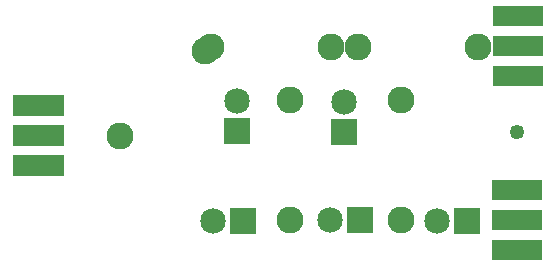
<source format=gts>
G04 MADE WITH FRITZING*
G04 WWW.FRITZING.ORG*
G04 DOUBLE SIDED*
G04 HOLES PLATED*
G04 CONTOUR ON CENTER OF CONTOUR VECTOR*
%ASAXBY*%
%FSLAX23Y23*%
%MOIN*%
%OFA0B0*%
%SFA1.0B1.0*%
%ADD10C,0.090000*%
%ADD11C,0.085000*%
%ADD12C,0.049370*%
%ADD13R,0.170000X0.070000*%
%ADD14R,0.085000X0.085000*%
%ADD15R,0.001000X0.001000*%
%LNMASK1*%
G90*
G70*
G54D10*
X639Y708D03*
X356Y425D03*
X639Y708D03*
X356Y425D03*
X1059Y722D03*
X659Y722D03*
X1059Y722D03*
X659Y722D03*
X1548Y722D03*
X1148Y722D03*
X1548Y722D03*
X1148Y722D03*
G54D11*
X1102Y439D03*
X1102Y539D03*
X745Y440D03*
X745Y540D03*
G54D12*
X1680Y439D03*
G54D11*
X1511Y142D03*
X1411Y142D03*
X1154Y143D03*
X1054Y143D03*
X765Y141D03*
X665Y141D03*
G54D10*
X1293Y544D03*
X1293Y144D03*
X1293Y544D03*
X1293Y144D03*
X923Y543D03*
X923Y143D03*
X923Y543D03*
X923Y143D03*
G54D13*
X1680Y244D03*
X1680Y144D03*
X1680Y44D03*
X1680Y244D03*
X1680Y44D03*
X1681Y823D03*
X1681Y723D03*
X1681Y623D03*
X1681Y823D03*
X1681Y623D03*
G54D14*
X1102Y439D03*
X745Y440D03*
X1511Y142D03*
X1154Y143D03*
X765Y141D03*
G54D15*
X0Y562D02*
X166Y562D01*
X0Y561D02*
X167Y561D01*
X0Y560D02*
X167Y560D01*
X0Y559D02*
X167Y559D01*
X0Y558D02*
X167Y558D01*
X0Y557D02*
X167Y557D01*
X0Y556D02*
X167Y556D01*
X0Y555D02*
X167Y555D01*
X0Y554D02*
X167Y554D01*
X0Y553D02*
X167Y553D01*
X0Y552D02*
X167Y552D01*
X0Y551D02*
X167Y551D01*
X0Y550D02*
X167Y550D01*
X0Y549D02*
X167Y549D01*
X0Y548D02*
X167Y548D01*
X0Y547D02*
X167Y547D01*
X0Y546D02*
X167Y546D01*
X0Y545D02*
X167Y545D01*
X0Y544D02*
X167Y544D01*
X0Y543D02*
X167Y543D01*
X0Y542D02*
X167Y542D01*
X0Y541D02*
X167Y541D01*
X0Y540D02*
X167Y540D01*
X0Y539D02*
X167Y539D01*
X0Y538D02*
X167Y538D01*
X0Y537D02*
X167Y537D01*
X0Y536D02*
X167Y536D01*
X0Y535D02*
X167Y535D01*
X0Y534D02*
X167Y534D01*
X0Y533D02*
X167Y533D01*
X0Y532D02*
X167Y532D01*
X0Y531D02*
X167Y531D01*
X0Y530D02*
X167Y530D01*
X0Y529D02*
X167Y529D01*
X0Y528D02*
X167Y528D01*
X0Y527D02*
X167Y527D01*
X0Y526D02*
X167Y526D01*
X0Y525D02*
X167Y525D01*
X0Y524D02*
X167Y524D01*
X0Y523D02*
X167Y523D01*
X0Y522D02*
X167Y522D01*
X0Y521D02*
X167Y521D01*
X0Y520D02*
X167Y520D01*
X0Y519D02*
X167Y519D01*
X0Y518D02*
X167Y518D01*
X0Y517D02*
X167Y517D01*
X0Y516D02*
X167Y516D01*
X0Y515D02*
X167Y515D01*
X0Y514D02*
X167Y514D01*
X0Y513D02*
X167Y513D01*
X0Y512D02*
X167Y512D01*
X0Y511D02*
X167Y511D01*
X0Y510D02*
X167Y510D01*
X0Y509D02*
X167Y509D01*
X0Y508D02*
X167Y508D01*
X0Y507D02*
X167Y507D01*
X0Y506D02*
X167Y506D01*
X0Y505D02*
X167Y505D01*
X0Y504D02*
X167Y504D01*
X0Y503D02*
X167Y503D01*
X0Y502D02*
X167Y502D01*
X0Y501D02*
X167Y501D01*
X0Y500D02*
X167Y500D01*
X0Y499D02*
X167Y499D01*
X0Y498D02*
X167Y498D01*
X0Y497D02*
X167Y497D01*
X0Y496D02*
X167Y496D01*
X0Y495D02*
X167Y495D01*
X0Y494D02*
X167Y494D01*
X0Y493D02*
X167Y493D01*
X0Y462D02*
X166Y462D01*
X0Y461D02*
X167Y461D01*
X0Y460D02*
X167Y460D01*
X0Y459D02*
X167Y459D01*
X0Y458D02*
X167Y458D01*
X0Y457D02*
X167Y457D01*
X0Y456D02*
X167Y456D01*
X0Y455D02*
X167Y455D01*
X0Y454D02*
X167Y454D01*
X0Y453D02*
X167Y453D01*
X0Y452D02*
X167Y452D01*
X0Y451D02*
X167Y451D01*
X0Y450D02*
X167Y450D01*
X0Y449D02*
X167Y449D01*
X0Y448D02*
X167Y448D01*
X0Y447D02*
X167Y447D01*
X0Y446D02*
X167Y446D01*
X0Y445D02*
X167Y445D01*
X0Y444D02*
X167Y444D01*
X0Y443D02*
X167Y443D01*
X0Y442D02*
X167Y442D01*
X0Y441D02*
X167Y441D01*
X0Y440D02*
X167Y440D01*
X0Y439D02*
X167Y439D01*
X0Y438D02*
X167Y438D01*
X0Y437D02*
X167Y437D01*
X0Y436D02*
X167Y436D01*
X0Y435D02*
X167Y435D01*
X0Y434D02*
X167Y434D01*
X0Y433D02*
X167Y433D01*
X0Y432D02*
X167Y432D01*
X0Y431D02*
X167Y431D01*
X0Y430D02*
X167Y430D01*
X0Y429D02*
X167Y429D01*
X0Y428D02*
X167Y428D01*
X0Y427D02*
X167Y427D01*
X0Y426D02*
X167Y426D01*
X0Y425D02*
X167Y425D01*
X0Y424D02*
X167Y424D01*
X0Y423D02*
X167Y423D01*
X0Y422D02*
X167Y422D01*
X0Y421D02*
X167Y421D01*
X0Y420D02*
X167Y420D01*
X0Y419D02*
X167Y419D01*
X0Y418D02*
X167Y418D01*
X0Y417D02*
X167Y417D01*
X0Y416D02*
X167Y416D01*
X0Y415D02*
X167Y415D01*
X0Y414D02*
X167Y414D01*
X0Y413D02*
X167Y413D01*
X0Y412D02*
X167Y412D01*
X0Y411D02*
X167Y411D01*
X0Y410D02*
X167Y410D01*
X0Y409D02*
X167Y409D01*
X0Y408D02*
X167Y408D01*
X0Y407D02*
X167Y407D01*
X0Y406D02*
X167Y406D01*
X0Y405D02*
X167Y405D01*
X0Y404D02*
X167Y404D01*
X0Y403D02*
X167Y403D01*
X0Y402D02*
X167Y402D01*
X0Y401D02*
X167Y401D01*
X0Y400D02*
X167Y400D01*
X0Y399D02*
X167Y399D01*
X0Y398D02*
X167Y398D01*
X0Y397D02*
X167Y397D01*
X0Y396D02*
X167Y396D01*
X0Y395D02*
X167Y395D01*
X0Y394D02*
X167Y394D01*
X0Y393D02*
X167Y393D01*
X0Y362D02*
X166Y362D01*
X0Y361D02*
X167Y361D01*
X0Y360D02*
X167Y360D01*
X0Y359D02*
X167Y359D01*
X0Y358D02*
X167Y358D01*
X0Y357D02*
X167Y357D01*
X0Y356D02*
X167Y356D01*
X0Y355D02*
X167Y355D01*
X0Y354D02*
X167Y354D01*
X0Y353D02*
X167Y353D01*
X0Y352D02*
X167Y352D01*
X0Y351D02*
X167Y351D01*
X0Y350D02*
X167Y350D01*
X0Y349D02*
X167Y349D01*
X0Y348D02*
X167Y348D01*
X0Y347D02*
X167Y347D01*
X0Y346D02*
X167Y346D01*
X0Y345D02*
X167Y345D01*
X0Y344D02*
X167Y344D01*
X0Y343D02*
X167Y343D01*
X0Y342D02*
X167Y342D01*
X0Y341D02*
X167Y341D01*
X0Y340D02*
X167Y340D01*
X0Y339D02*
X167Y339D01*
X0Y338D02*
X167Y338D01*
X0Y337D02*
X167Y337D01*
X0Y336D02*
X167Y336D01*
X0Y335D02*
X167Y335D01*
X0Y334D02*
X167Y334D01*
X0Y333D02*
X167Y333D01*
X0Y332D02*
X167Y332D01*
X0Y331D02*
X167Y331D01*
X0Y330D02*
X167Y330D01*
X0Y329D02*
X167Y329D01*
X0Y328D02*
X167Y328D01*
X0Y327D02*
X167Y327D01*
X0Y326D02*
X167Y326D01*
X0Y325D02*
X167Y325D01*
X0Y324D02*
X167Y324D01*
X0Y323D02*
X167Y323D01*
X0Y322D02*
X167Y322D01*
X0Y321D02*
X167Y321D01*
X0Y320D02*
X167Y320D01*
X0Y319D02*
X167Y319D01*
X0Y318D02*
X167Y318D01*
X0Y317D02*
X167Y317D01*
X0Y316D02*
X167Y316D01*
X0Y315D02*
X167Y315D01*
X0Y314D02*
X167Y314D01*
X0Y313D02*
X167Y313D01*
X0Y312D02*
X167Y312D01*
X0Y311D02*
X167Y311D01*
X0Y310D02*
X167Y310D01*
X0Y309D02*
X167Y309D01*
X0Y308D02*
X167Y308D01*
X0Y307D02*
X167Y307D01*
X0Y306D02*
X167Y306D01*
X0Y305D02*
X167Y305D01*
X0Y304D02*
X167Y304D01*
X0Y303D02*
X167Y303D01*
X0Y302D02*
X167Y302D01*
X0Y301D02*
X167Y301D01*
X0Y300D02*
X167Y300D01*
X0Y299D02*
X167Y299D01*
X0Y298D02*
X167Y298D01*
X0Y297D02*
X167Y297D01*
X0Y296D02*
X167Y296D01*
X0Y295D02*
X167Y295D01*
X0Y294D02*
X167Y294D01*
X0Y293D02*
X167Y293D01*
D02*
G04 End of Mask1*
M02*
</source>
